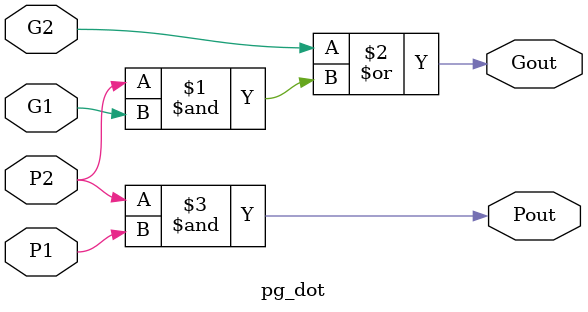
<source format=v>
module brentkung #(
  parameter WIDTH = 16
)(
  input  wire                 clk,
  input  wire                 rst,    // synchronous reset, active-high
  input  wire [WIDTH-1:0]     a,
  input  wire [WIDTH-1:0]     b,
  input  wire                 cin,
  output reg  [WIDTH-1:0]     sum,
  output reg                  cout
);

  // --------------------------------------------------------------------------
  // Stage 0: Register Inputs
  // --------------------------------------------------------------------------
  reg [WIDTH-1:0] a_r, b_r;
  reg             cin_r;
  always @(posedge clk) begin
    if (rst) begin
      a_r   <= 0; 
      b_r   <= 0; 
      cin_r <= 0;
    end else begin
      a_r   <= a;
      b_r   <= b;
      cin_r <= cin;
    end
  end

  // --------------------------------------------------------------------------
  // Stage 1: Compute bitwise P/G
  // --------------------------------------------------------------------------
  wire [WIDTH-1:0] P1, G1;
  genvar i;
  generate
    for (i = 0; i < WIDTH; i = i + 1) begin : PG1
      assign P1[i] = a_r[i] ^ b_r[i];
      assign G1[i] = a_r[i] & b_r[i];
    end
  endgenerate

  reg [WIDTH-1:0] P1_r, G1_r;
  always @(posedge clk) begin
    if (rst)      {P1_r, G1_r} <= 0;
    else          {P1_r, G1_r} <= {P1,  G1 };
  end

  // --------------------------------------------------------------------------
  // Stage 2: Level-2 prefix (pairs)
  // --------------------------------------------------------------------------
  wire [WIDTH/2-1:0] P2, G2;
  generate
    for (i = 0; i < WIDTH/2; i = i + 1) begin : LVL2
      pg_dot u2(
        .P1  (P1_r[2*i]),   .G1(G1_r[2*i]),
        .P2  (P1_r[2*i+1]), .G2(G1_r[2*i+1]),
        .Pout(P2[i]),       .Gout(G2[i])
      );
    end
  endgenerate

  reg [WIDTH/2-1:0] P2_r, G2_r;
  always @(posedge clk) begin
    if (rst)      {P2_r, G2_r} <= 0;
    else          {P2_r, G2_r} <= {P2,  G2 };
  end

  // --------------------------------------------------------------------------
  // Stage 3: Level-3 prefix (groups of 4)
  // --------------------------------------------------------------------------
  wire [WIDTH/4-1:0] P3, G3;
  generate
    for (i = 0; i < WIDTH/4; i = i + 1) begin : LVL3
      pg_dot u3(
        .P1  (P2_r[2*i]),   .G1(G2_r[2*i]),
        .P2  (P2_r[2*i+1]), .G2(G2_r[2*i+1]),
        .Pout(P3[i]),       .Gout(G3[i])
      );
    end
  endgenerate

  reg [WIDTH/4-1:0] P3_r, G3_r;
  always @(posedge clk) begin
    if (rst)      {P3_r, G3_r} <= 0;
    else          {P3_r, G3_r} <= {P3,  G3 };
  end

  // --------------------------------------------------------------------------
  // Stage 4: Level-4 prefix (groups of 8)
  // --------------------------------------------------------------------------
  wire [WIDTH/8-1:0] P4, G4;
  generate
    for (i = 0; i < WIDTH/8; i = i + 1) begin : LVL4
      pg_dot u4(
        .P1  (P3_r[2*i]),   .G1(G3_r[2*i]),
        .P2  (P3_r[2*i+1]), .G2(G3_r[2*i+1]),
        .Pout(P4[i]),       .Gout(G4[i])
      );
    end
  endgenerate

  reg [WIDTH/8-1:0] P4_r, G4_r;
  always @(posedge clk) begin
    if (rst)      {P4_r, G4_r} <= 0;
    else          {P4_r, G4_r} <= {P4,  G4 };
  end

  // --------------------------------------------------------------------------
  // Stage 5: Level-5 prefix (entire 16)
  // --------------------------------------------------------------------------
  wire P5, G5;
  pg_dot u5(
    .P1  (P4_r[0]), .G1(G4_r[0]),
    .P2  (P4_r[1]), .G2(G4_r[1]),
    .Pout(P5),      .Gout(G5)
  );

  reg P5_r, G5_r;
  always @(posedge clk) begin
    if (rst)      {P5_r, G5_r} <= 0;
    else          {P5_r, G5_r} <= {P5,  G5 };
  end

  // --------------------------------------------------------------------------
  // Stage 6: Compute final carry chain and register sum & cout
  // --------------------------------------------------------------------------
  wire [WIDTH:0] carry;
  assign carry[0]  = cin_r;
  assign carry[1]  = G1_r[0]     | (P1_r[0]     & carry[0]);
  assign carry[2]  = G2_r[0]     | (P2_r[0]     & carry[0]);
  assign carry[3]  = G2_r[1]     | (P2_r[1]     & carry[1]);
  assign carry[4]  = G3_r[0]     | (P3_r[0]     & carry[0]);
  assign carry[5]  = G3_r[1]     | (P3_r[1]     & carry[1]);
  assign carry[6]  = G3_r[2]     | (P3_r[2]     & carry[2]);
  assign carry[7]  = G3_r[3]     | (P3_r[3]     & carry[3]);
  assign carry[8]  = G4_r[0]     | (P4_r[0]     & carry[0]);
  assign carry[9]  = G1_r[8]     | (P1_r[8]     & carry[8]);
  assign carry[10] = G2_r[4]     | (P2_r[4]     & carry[8]);
  assign carry[11] = G1_r[10]    | (P1_r[10]    & carry[10]);
  assign carry[12] = G3_r[2]     | (P3_r[2]     & carry[8]);
  assign carry[13] = G1_r[12]    | (P1_r[12]    & carry[12]);
  assign carry[14] = G2_r[6]     | (P2_r[6]     & carry[12]);
  assign carry[15] = G1_r[14]    | (P1_r[14]    & carry[14]);
  assign carry[16] = G5_r        | (P5_r        & carry[0]);

  always @(posedge clk) begin
    if (rst) begin
      sum  <= 0;
      cout <= 0;
    end else begin
      sum  <= P1_r ^ carry[WIDTH-1:0];
      cout <= carry[WIDTH];
    end
  end

endmodule


//-----------------------------------------------------------------------------
// pg_dot: 2-input prefix operator
//-----------------------------------------------------------------------------
module pg_dot (
  input  wire P1, G1,
  input  wire P2, G2,
  output wire Pout, Gout
);
  assign Gout = G2 | (P2 & G1);
  assign Pout = P2 & P1;
endmodule


</source>
